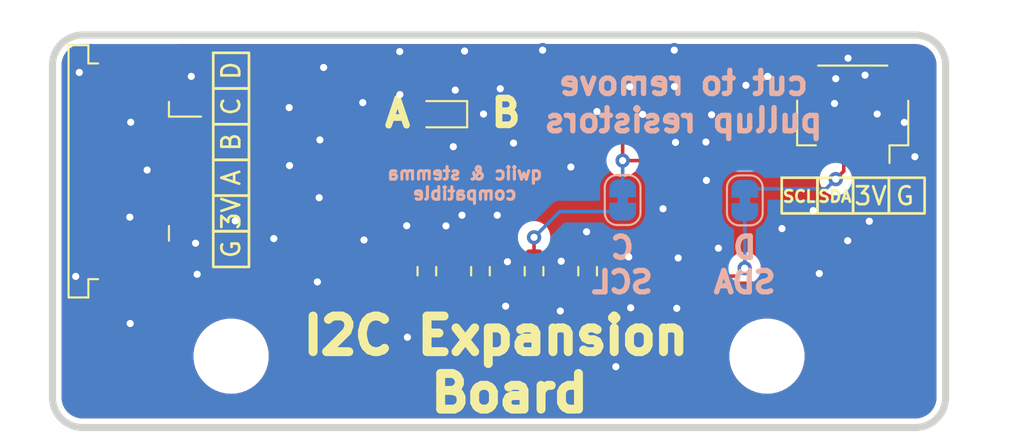
<source format=kicad_pcb>
(kicad_pcb (version 20211014) (generator pcbnew)
  (layers (0 "F.Cu" signal) (31 "B.Cu" signal) (34 "B.Paste" user) (35 "F.Paste" user) (36 "B.SilkS" user "B.Silkscreen") (37 "F.SilkS" user "F.Silkscreen") (38 "B.Mask" user) (39 "F.Mask" user) (44 "Edge.Cuts" user))
  (net 0 "")
  (net 1 "GND")
  (net 2 "+3V3")
  (net 3 "/C")
  (net 4 "/D")
  (net 5 "Net-(JP1-Pad2)")
  (net 6 "Net-(JP2-Pad2)")
  (net 7 "Net-(D1-Pad2)")
  (net 8 "/B")
  (net 9 "/A")
  (footprint "Connector_JST:JST_SH_SM04B-SRSS-TB_1x04-1MP_P1.00mm_Horizontal" (layer "F.Cu") (at 188.85 76.65 180)
    (fp_text reference "J1" hide)
    (fp_text value "Conn_01x04_MountingPin")
    (fp_line (start -2.06 -1.785) (end -2.06 -2.775) (layer "F.SilkS") (width 0.12))
    (fp_line (start -3.11 -1.785) (end -2.06 -1.785) (layer "F.SilkS") (width 0.12))
    (fp_line (start 3.11 0.715) (end 3.11 -1.785) (layer "F.SilkS") (width 0.12))
    (fp_line (start -1.94 2.685) (end 1.94 2.685) (layer "F.SilkS") (width 0.12))
    (fp_line (start -3.11 0.715) (end -3.11 -1.785) (layer "F.SilkS") (width 0.12))
    (fp_line (start 3.11 -1.785) (end 2.06 -1.785) (layer "F.SilkS") (width 0.12))
    (pad "1" smd roundrect locked (at -1.5 -2 180) (size 0.6 1.55) (layers "F.Cu" "F.Paste" "F.Mask") (net 1 "GND"))
    (pad "2" smd roundrect locked (at -0.5 -2 180) (size 0.6 1.55) (layers "F.Cu" "F.Paste" "F.Mask") (net 2 "+3V3"))
    (pad "3" smd roundrect locked (at 0.5 -2 180) (size 0.6 1.55) (layers "F.Cu" "F.Paste" "F.Mask") (net 4 "/D"))
    (pad "4" smd roundrect locked (at 1.5 -2 180) (size 0.6 1.55) (layers "F.Cu" "F.Paste" "F.Mask") (net 3 "/C"))
    (pad "MP" smd roundrect locked (at 2.8 1.875 180) (size 1.2 1.8) (layers "F.Cu" "F.Paste" "F.Mask") (roundrect_rratio 0.208333) (net 1 "GND"))
    (pad "MP" smd roundrect locked (at -2.8 1.875 180) (size 1.2 1.8) (layers "F.Cu" "F.Paste" "F.Mask") (roundrect_rratio 0.208333) (net 1 "GND"))
  )
  (footprint "Resistor_SMD:R_0603_1608Metric" (layer "F.Cu") (at 168.01 85.49 -90)
    (fp_text reference "R1" hide)
    (fp_text value "10k")
    (fp_line (start -0.237258 0.5225) (end 0.237258 0.5225) (layer "F.SilkS") (width 0.12))
    (fp_line (start -0.237258 -0.5225) (end 0.237258 -0.5225) (layer "F.SilkS") (width 0.12))
    (pad "1" smd roundrect (at -0.825 0 270) (size 0.8 0.95) (layers "F.Cu" "F.Paste" "F.Mask") (net 8 "/B"))
    (pad "2" smd roundrect (at 0.825 0 270) (size 0.8 0.95) (layers "F.Cu" "F.Paste" "F.Mask") (net 2 "+3V3"))
  )
  (footprint "Resistor_SMD:R_0603_1608Metric" (layer "F.Cu") (at 171.01 85.49 -90)
    (fp_text reference "R2" hide)
    (fp_text value "4.7k")
    (fp_line (start -0.237258 0.5225) (end 0.237258 0.5225) (layer "F.SilkS") (width 0.12))
    (fp_line (start -0.237258 -0.5225) (end 0.237258 -0.5225) (layer "F.SilkS") (width 0.12))
    (pad "1" smd roundrect (at -0.825 0 270) (size 0.8 0.95) (layers "F.Cu" "F.Paste" "F.Mask") (net 5 "Net-(JP1-Pad2)"))
    (pad "2" smd roundrect (at 0.825 0 270) (size 0.8 0.95) (layers "F.Cu" "F.Paste" "F.Mask") (net 2 "+3V3"))
  )
  (footprint "LED_SMD:LED_0603_1608Metric" (layer "F.Cu") (at 165.78 76.69 180)
    (fp_text reference "D1" hide)
    (fp_text value "led_g")
    (fp_line (start 0.8 -0.735) (end -1.485 -0.735) (layer "F.SilkS") (width 0.12))
    (fp_line (start -1.485 0.735) (end 0.8 0.735) (layer "F.SilkS") (width 0.12))
    (fp_line (start -1.485 -0.735) (end -1.485 0.735) (layer "F.SilkS") (width 0.12))
    (pad "1" smd roundrect locked (at -0.7875 0 180) (size 0.875 0.95) (layers "F.Cu" "F.Paste" "F.Mask") (net 1 "GND"))
    (pad "2" smd roundrect locked (at 0.7875 0 180) (size 0.875 0.95) (layers "F.Cu" "F.Paste" "F.Mask") (net 7 "Net-(D1-Pad2)"))
  )
  (footprint "MountingHole:MountingHole_3.2mm_M3_ISO14580" (layer "F.Cu") (at 184.05 90.25 180)
    (fp_text reference "H2")
    (fp_text value "MountingHole" hide)
    (pad "" np_thru_hole circle (at 0 0 180) (size 3.2 3.2) (drill 3.2) (layers *.Cu *.Mask))
  )
  (footprint "Resistor_SMD:R_0603_1608Metric" (layer "F.Cu") (at 165.01 85.49 90)
    (fp_text reference "R4" hide)
    (fp_text value "10k")
    (fp_line (start -0.237258 0.5225) (end 0.237258 0.5225) (layer "F.SilkS") (width 0.12))
    (fp_line (start -0.237258 -0.5225) (end 0.237258 -0.5225) (layer "F.SilkS") (width 0.12))
    (pad "1" smd roundrect (at -0.825 0 90) (size 0.8 0.95) (layers "F.Cu" "F.Paste" "F.Mask") (net 9 "/A"))
    (pad "2" smd roundrect (at 0.825 0 90) (size 0.8 0.95) (layers "F.Cu" "F.Paste" "F.Mask") (net 7 "Net-(D1-Pad2)"))
  )
  (footprint "Resistor_SMD:R_0603_1608Metric" (layer "F.Cu") (at 174.01 85.49 -90)
    (fp_text reference "R3" hide)
    (fp_text value "4.7k")
    (fp_line (start -0.237258 -0.5225) (end 0.237258 -0.5225) (layer "F.SilkS") (width 0.12))
    (fp_line (start -0.237258 0.5225) (end 0.237258 0.5225) (layer "F.SilkS") (width 0.12))
    (pad "1" smd roundrect (at -0.825 0 270) (size 0.8 0.95) (layers "F.Cu" "F.Paste" "F.Mask") (net 6 "Net-(JP2-Pad2)"))
    (pad "2" smd roundrect (at 0.825 0 270) (size 0.8 0.95) (layers "F.Cu" "F.Paste" "F.Mask") (net 2 "+3V3"))
  )
  (footprint "MountingHole:MountingHole_3.2mm_M3_ISO14580" (layer "F.Cu") (at 154.05 90.25 180)
    (fp_text reference "H1")
    (fp_text value "MountingHole" hide)
    (pad "" np_thru_hole circle (at 0 0 180) (size 3.2 3.2) (drill 3.2) (layers *.Cu *.Mask))
  )
  (footprint "Connector_FFC-FPC:TE_84952-6_1x06-1MP_P1.0mm_Horizontal" (layer "F.Cu") (at 149.66 79.89 -90)
    (fp_text reference "J9" hide)
    (fp_text value "Conn_01x06_MountingPin")
    (fp_line (start -7.07 4.71) (end -7.07 3.6) (layer "F.SilkS") (width 0.12))
    (fp_line (start -3.065 -0.91) (end -3.065 -2.71) (layer "F.SilkS") (width 0.12))
    (fp_line (start -6.045 3.6) (end -6.045 3.06) (layer "F.SilkS") (width 0.12))
    (fp_line (start -7.07 3.6) (end -6.045 3.6) (layer "F.SilkS") (width 0.12))
    (fp_line (start 6.045 3.06) (end 6.045 3.6) (layer "F.SilkS") (width 0.12))
    (fp_line (start 3.065 -0.91) (end 3.89 -0.91) (layer "F.SilkS") (width 0.12))
    (fp_line (start 6.045 3.6) (end 7.07 3.6) (layer "F.SilkS") (width 0.12))
    (fp_line (start -3.89 -0.91) (end -3.065 -0.91) (layer "F.SilkS") (width 0.12))
    (fp_line (start 7.07 3.6) (end 7.07 4.71) (layer "F.SilkS") (width 0.12))
    (fp_line (start 7.07 4.71) (end -7.07 4.71) (layer "F.SilkS") (width 0.12))
    (pad "1" smd rect locked (at -2.5 -1.8 270) (size 0.61 2) (layers "F.Cu" "F.Paste" "F.Mask") (net 4 "/D"))
    (pad "2" smd rect locked (at -1.5 -1.8 270) (size 0.61 2) (layers "F.Cu" "F.Paste" "F.Mask") (net 3 "/C"))
    (pad "3" smd rect locked (at -0.5 -1.8 270) (size 0.61 2) (layers "F.Cu" "F.Paste" "F.Mask") (net 8 "/B"))
    (pad "4" smd rect locked (at 0.5 -1.8 270) (size 0.61 2) (layers "F.Cu" "F.Paste" "F.Mask") (net 9 "/A"))
    (pad "5" smd rect locked (at 1.5 -1.8 270) (size 0.61 2) (layers "F.Cu" "F.Paste" "F.Mask") (net 2 "+3V3"))
    (pad "6" smd rect locked (at 2.5 -1.8 270) (size 0.61 2) (layers "F.Cu" "F.Paste" "F.Mask") (net 1 "GND"))
    (pad "MP" smd rect locked (at -5.49 1 270) (size 2.68 3.6) (layers "F.Cu" "F.Paste" "F.Mask") (net 1 "GND"))
    (pad "MP" smd rect locked (at 5.49 1 270) (size 2.68 3.6) (layers "F.Cu" "F.Paste" "F.Mask") (net 1 "GND"))
  )
  (footprint "Button_Switch_SMD:SWITCH_2x3_SMD_TACTILE_GREEN" (layer "F.Cu") (at 175.03 76.68)
    (fp_text reference "SW1")
    (fp_text value "SW_Push" hide)
    (pad "1" smd rect (at -3.85 0) (size 1.5 1.2) (layers "F.Cu" "F.Paste" "F.Mask") (net 8 "/B"))
    (pad "2" smd rect (at 3.85 0) (size 1.5 1.2) (layers "F.Cu" "F.Paste" "F.Mask") (net 1 "GND"))
  )
  (footprint "Jumper:SolderJumper-2_P1.3mm_Bridged_RoundedPad1.0x1.5mm" (layer "B.Cu") (at 175.97 81.5 -90)
    (fp_text reference "JP1" hide)
    (fp_text value "Jumper_2_Open")
    (fp_poly (pts (xy 0.25 0.3) (xy -0.25 0.3) (xy -0.25 -0.3) (xy 0.25 -0.3)) (layer "B.Cu") (width 0) (fill solid))
    (fp_line (start 1.4 0.3) (end 1.4 -0.3) (layer "B.SilkS") (width 0.12))
    (fp_line (start -1.4 -0.3) (end -1.4 0.3) (layer "B.SilkS") (width 0.12))
    (fp_line (start 0.7 -1) (end -0.7 -1) (layer "B.SilkS") (width 0.12))
    (fp_line (start -0.7 1) (end 0.7 1) (layer "B.SilkS") (width 0.12))
    (fp_arc (start 0.7 -1) (mid 1.194975 -0.794975) (end 1.4 -0.3) (layer "B.SilkS") (width 0.12))
    (fp_arc (start -0.7 1) (mid -1.194975 0.794975) (end -1.4 0.3) (layer "B.SilkS") (width 0.12))
    (fp_arc (start -1.4 -0.3) (mid -1.194975 -0.794975) (end -0.7 -1) (layer "B.SilkS") (width 0.12))
    (fp_arc (start 1.4 0.3) (mid 1.194975 0.794975) (end 0.7 1) (layer "B.SilkS") (width 0.12))
    (pad "1" smd custom locked (at -0.65 0 270) (size 1 0.5) (layers "B.Cu" "B.Mask") (net 3 "/C") (options (clearance outline) (anchor rect)) (primitives (gr_circle (center 0 -0.25) (end 0.5 -0.25) (width 0) (fill yes)) (gr_circle (center 0 0.25) (end 0.5 0.25) (width 0) (fill yes)) (gr_poly (pts (xy 0 0.75) (xy 0.5 0.75) (xy 0.5 -0.75) (xy 0 -0.75)) (width 0) (fill yes))))
    (pad "2" smd custom locked (at 0.65 0 270) (size 1 0.5) (layers "B.Cu" "B.Mask") (net 5 "Net-(JP1-Pad2)") (options (clearance outline) (anchor rect)) (primitives (gr_circle (center 0 -0.25) (end 0.5 -0.25) (width 0) (fill yes)) (gr_circle (center 0 0.25) (end 0.5 0.25) (width 0) (fill yes)) (gr_poly (pts (xy 0 0.75) (xy -0.5 0.75) (xy -0.5 -0.75) (xy 0 -0.75)) (width 0) (fill yes))))
  )
  (footprint "Jumper:SolderJumper-2_P1.3mm_Bridged_RoundedPad1.0x1.5mm" (layer "B.Cu") (at 182.81 81.52 -90)
    (fp_text reference "JP2" hide)
    (fp_text value "Jumper_2_Open")
    (fp_poly (pts (xy 0.25 0.3) (xy -0.25 0.3) (xy -0.25 -0.3) (xy 0.25 -0.3)) (layer "B.Cu") (width 0) (fill solid))
    (fp_line (start 1.4 0.3) (end 1.4 -0.3) (layer "B.SilkS") (width 0.12))
    (fp_line (start -1.4 -0.3) (end -1.4 0.3) (layer "B.SilkS") (width 0.12))
    (fp_line (start 0.7 -1) (end -0.7 -1) (layer "B.SilkS") (width 0.12))
    (fp_line (start -0.7 1) (end 0.7 1) (layer "B.SilkS") (width 0.12))
    (fp_arc (start 1.4 0.3) (mid 1.194975 0.794975) (end 0.7 1) (layer "B.SilkS") (width 0.12))
    (fp_arc (start 0.7 -1) (mid 1.194975 -0.794975) (end 1.4 -0.3) (layer "B.SilkS") (width 0.12))
    (fp_arc (start -0.7 1) (mid -1.194975 0.794975) (end -1.4 0.3) (layer "B.SilkS") (width 0.12))
    (fp_arc (start -1.4 -0.3) (mid -1.194975 -0.794975) (end -0.7 -1) (layer "B.SilkS") (width 0.12))
    (pad "1" smd custom locked (at -0.65 0 270) (size 1 0.5) (layers "B.Cu" "B.Mask") (net 4 "/D") (options (clearance outline) (anchor rect)) (primitives (gr_circle (center 0 -0.25) (end 0.5 -0.25) (width 0) (fill yes)) (gr_circle (center 0 0.25) (end 0.5 0.25) (width 0) (fill yes)) (gr_poly (pts (xy 0 0.75) (xy 0.5 0.75) (xy 0.5 -0.75) (xy 0 -0.75)) (width 0) (fill yes))))
    (pad "2" smd custom locked (at 0.65 0 270) (size 1 0.5) (layers "B.Cu" "B.Mask") (net 6 "Net-(JP2-Pad2)") (options (clearance outline) (anchor rect)) (primitives (gr_circle (center 0 -0.25) (end 0.5 -0.25) (width 0) (fill yes)) (gr_circle (center 0 0.25) (end 0.5 0.25) (width 0) (fill yes)) (gr_poly (pts (xy 0 0.75) (xy -0.5 0.75) (xy -0.5 -0.75) (xy 0 -0.75)) (width 0) (fill yes))))
  )
  (gr_rect (start 155.05 83.25) (end 153.05 81.25) (layer "F.SilkS") (width 0.15) (fill none))
  (gr_rect (start 155.05 81.25) (end 153.05 79.25) (layer "F.SilkS") (width 0.15) (fill none))
  (gr_rect (start 155.05 77.25) (end 153.05 75.25) (layer "F.SilkS") (width 0.15) (fill none))
  (gr_rect (start 186.875 82.25) (end 188.875 80.25) (layer "F.SilkS") (width 0.15) (fill none))
  (gr_rect (start 190.875 82.25) (end 192.875 80.25) (layer "F.SilkS") (width 0.15) (fill none))
  (gr_rect (start 184.875 82.25) (end 186.875 80.25) (layer "F.SilkS") (width 0.15) (fill none))
  (gr_rect (start 155.05 79.25) (end 153.05 77.25) (layer "F.SilkS") (width 0.15) (fill none))
  (gr_rect (start 188.875 82.25) (end 190.875 80.25) (layer "F.SilkS") (width 0.15) (fill none))
  (gr_rect (start 155.05 75.25) (end 153.05 73.25) (layer "F.SilkS") (width 0.15) (fill none))
  (gr_rect (start 155.05 85.25) (end 153.05 83.25) (layer "F.SilkS") (width 0.15) (fill none))
  (gr_arc (start 194.05 92.56005) (mid 193.55501 93.75501) (end 192.36005 94.25) (layer "Edge.Cuts") (width 0.4))
  (gr_line (start 145.73995 94.25) (end 192.36005 94.25) (layer "Edge.Cuts") (width 0.4))
  (gr_line (start 145.73995 72.25) (end 192.36005 72.25) (layer "Edge.Cuts") (width 0.4))
  (gr_line (start 194.05 92.56005) (end 194.05 73.93995) (layer "Edge.Cuts") (width 0.4))
  (gr_arc (start 145.73995 94.25) (mid 144.54499 93.75501) (end 144.05 92.56005) (layer "Edge.Cuts") (width 0.4))
  (gr_arc (start 192.36005 72.25) (mid 193.55501 72.74499) (end 194.05 73.93995) (layer "Edge.Cuts") (width 0.4))
  (gr_arc (start 144.05 73.93995) (mid 144.54499 72.74499) (end 145.73995 72.25) (layer "Edge.Cuts") (width 0.4))
  (gr_line (start 144.05 92.56005) (end 144.05 73.93995) (layer "Edge.Cuts") (width 0.4))
  (gr_text "C\nSCL" (at 175.95 85.14) (layer "B.SilkS") (effects (font (size 1.2 1.2) (thickness 0.3)) (justify mirror)))
  (gr_text "cut to remove\npullup resistors" (at 179.37 75.99) (layer "B.SilkS") (effects (font (size 1.3 1.3) (thickness 0.3)) (justify mirror)))
  (gr_text "qwiic & stemma\ncompatible" (at 167.125 80.575) (layer "B.SilkS") (effects (font (size 0.7 0.7) (thickness 0.175)) (justify mirror)))
  (gr_text "D\nSDA" (at 182.8 85.14) (layer "B.SilkS") (effects (font (size 1.2 1.2) (thickness 0.3)) (justify mirror)))
  (gr_text "A" (at 163.37 76.63) (layer "F.SilkS") (effects (font (size 1.5 1.5) (thickness 0.375))))
  (gr_text "A" (at 154.05 80.25 90) (layer "F.SilkS") (effects (font (size 1 1))))
  (gr_text "3V" (at 189.85 81.275) (layer "F.SilkS") (effects (font (size 1 1))))
  (gr_text "B" (at 169.44 76.61) (layer "F.SilkS") (effects (font (size 1.5 1.5) (thickness 0.375))))
  (gr_text "SDA" (at 187.85 81.3) (layer "F.SilkS") (effects (font (size 0.65 0.65))))
  (gr_text "G" (at 191.775 81.275) (layer "F.SilkS") (effects (font (size 1 1))))
  (gr_text "I2C Expansion \nBoard" (at 169.64 90.71) (layer "F.SilkS") (effects (font (size 2 2) (thickness 0.5))))
  (gr_text "G" (at 154.05 84.25 90) (layer "F.SilkS") (effects (font (size 1 1))))
  (gr_text "SCL" (at 185.85 81.3) (layer "F.SilkS") (effects (font (size 0.65 0.65))))
  (gr_text "C" (at 154.05 76.25 90) (layer "F.SilkS") (effects (font (size 1 1))))
  (gr_text "D" (at 154.05 74.25 90) (layer "F.SilkS") (effects (font (size 1 1))))
  (gr_text "3V" (at 154.05 82.25 90) (layer "F.SilkS") (effects (font (size 1 1))))
  (gr_text "B" (at 154.05 78.25 90) (layer "F.SilkS") (effects (font (size 1 1))))
  (via (at 151.82 74.57) (size 0.8) (drill 0.4) (layers "F.Cu" "B.Cu") (net 1))
  (via (at 180.63 78.25) (size 0.8) (drill 0.4) (layers "F.Cu" "B.Cu") (net 1))
  (via (at 191.74 77.15) (size 0.8) (drill 0.4) (layers "F.Cu" "B.Cu") (net 1))
  (via (at 163.88 82.94) (size 0.8) (drill 0.4) (layers "F.Cu" "B.Cu") (net 1))
  (via (at 178.87 75.14) (size 0.8) (drill 0.4) (layers "F.Cu" "B.Cu") (net 1))
  (via (at 148.38 82.46) (size 0.8) (drill 0.4) (layers "F.Cu" "B.Cu") (net 1))
  (via (at 175.59 90.84) (size 0.8) (drill 0.4) (layers "F.Cu" "B.Cu") (net 1))
  (via (at 167.12 73.15) (size 0.8) (drill 0.4) (layers "F.Cu" "B.Cu") (net 1))
  (via (at 188.57 83.78) (size 0.8) (drill 0.4) (layers "F.Cu" "B.Cu") (net 1))
  (via (at 187.9 74.7) (size 0.8) (drill 0.4) (layers "F.Cu" "B.Cu") (net 1))
  (via (at 169.12 75.26) (size 0.8) (drill 0.4) (layers "F.Cu" "B.Cu") (net 1))
  (via (at 168.95 82.35) (size 0.8) (drill 0.4) (layers "F.Cu" "B.Cu") (net 1))
  (via (at 178.23 81.99) (size 0.8) (drill 0.4) (layers "F.Cu" "B.Cu") (net 1))
  (via (at 149.35 79.82) (size 0.8) (drill 0.4) (layers "F.Cu" "B.Cu") (net 1))
  (via (at 158.98 81.37) (size 0.8) (drill 0.4) (layers "F.Cu" "B.Cu") (net 1))
  (via (at 173.95 83.28) (size 0.8) (drill 0.4) (layers "F.Cu" "B.Cu") (net 1))
  (via (at 192.33 79.07) (size 0.8) (drill 0.4) (layers "F.Cu" "B.Cu") (net 1))
  (via (at 169.42 87.45) (size 0.8) (drill 0.4) (layers "F.Cu" "B.Cu") (net 1))
  (via (at 182.87 75.07) (size 0.8) (drill 0.4) (layers "F.Cu" "B.Cu") (net 1))
  (via (at 145.55 74.35) (size 0.8) (drill 0.4) (layers "F.Cu" "B.Cu") (net 1))
  (via (at 158.88 86.09) (size 0.8) (drill 0.4) (layers "F.Cu" "B.Cu") (net 1))
  (via (at 180.66 80.4) (size 0.8) (drill 0.4) (layers "F.Cu" "B.Cu") (net 1))
  (via (at 159.02 78.13) (size 0.8) (drill 0.4) (layers "F.Cu" "B.Cu") (net 1))
  (via (at 186.64 82.09) (size 0.8) (drill 0.4) (layers "F.Cu" "B.Cu") (net 1))
  (via (at 189.54 74.5) (size 0.8) (drill 0.4) (layers "F.Cu" "B.Cu") (net 1))
  (via (at 161.42 76.04) (size 0.8) (drill 0.4) (layers "F.Cu" "B.Cu") (net 1))
  (via (at 181.33 84.2) (size 0.8) (drill 0.4) (layers "F.Cu" "B.Cu") (net 1))
  (via (at 163.92 89.19) (size 0.8) (drill 0.4) (layers "F.Cu" "B.Cu") (net 1))
  (via (at 166.08 82.95) (size 0.8) (drill 0.4) (layers "F.Cu" "B.Cu") (net 1))
  (via (at 177.09 76.7) (size 0.8) (drill 0.4) (layers "F.Cu" "B.Cu") (net 1))
  (via (at 179 87.57) (size 0.8) (drill 0.4) (layers "F.Cu" "B.Cu") (net 1))
  (via (at 176.42 87.54) (size 0.8) (drill 0.4) (layers "F.Cu" "B.Cu") (net 1))
  (via (at 166.6 75.34) (size 0.8) (drill 0.4) (layers "F.Cu" "B.Cu") (net 1))
  (via (at 156.44 83.66) (size 0.8) (drill 0.4) (layers "F.Cu" "B.Cu") (net 1))
  (via (at 189.78 82.69) (size 0.8) (drill 0.4) (layers "F.Cu" "B.Cu") (net 1))
  (via (at 180.95 76.72) (size 0.8) (drill 0.4) (layers "F.Cu" "B.Cu") (net 1))
  (via (at 171.49 73.1) (size 0.8) (drill 0.4) (layers "F.Cu" "B.Cu") (net 1))
  (via (at 152.06 83.92) (size 0.8) (drill 0.4) (layers "F.Cu" "B.Cu") (net 1))
  (via (at 161.49 83.74) (size 0.8) (drill 0.4) (layers "F.Cu" "B.Cu") (net 1))
  (via (at 145.35 85.78) (size 0.8) (drill 0.4) (layers "F.Cu" "B.Cu") (net 1))
  (via (at 157.3 76.32) (size 0.8) (drill 0.4) (layers "F.Cu" "B.Cu") (net 1))
  (via (at 184.09 74.57) (size 0.8) (drill 0.4) (layers "F.Cu" "B.Cu") (net 1))
  (via (at 188.59 73.55) (size 0.8) (drill 0.4) (layers "F.Cu" "B.Cu") (net 1))
  (via (at 174.53 76.54) (size 0.8) (drill 0.4) (layers "F.Cu" "B.Cu") (net 1))
  (via (at 190.22 76.68) (size 0.8) (drill 0.4) (layers "F.Cu" "B.Cu") (net 1))
  (via (at 152.15 85.66) (size 0.8) (drill 0.4) (layers "F.Cu" "B.Cu") (net 1))
  (via (at 184.89 83.1) (size 0.8) (drill 0.4) (layers "F.Cu" "B.Cu") (net 1))
  (via (at 179.08 84.75) (size 0.8) (drill 0.4) (layers "F.Cu" "B.Cu") (net 1))
  (via (at 168.18 76.68) (size 0.8) (drill 0.4) (layers "F.Cu" "B.Cu") (net 1))
  (via (at 187.83 76.09) (size 0.8) (drill 0.4) (layers "F.Cu" "B.Cu") (net 1))
  (via (at 176.37 75.15) (size 0.8) (drill 0.4) (layers "F.Cu" "B.Cu") (net 1))
  (via (at 163.49 73.18) (size 0.8) (drill 0.4) (layers "F.Cu" "B.Cu") (net 1))
  (via (at 178.93 78.27) (size 0.8) (drill 0.4) (layers "F.Cu" "B.Cu") (net 1))
  (via (at 178.86 73.1) (size 0.8) (drill 0.4) (layers "F.Cu" "B.Cu") (net 1))
  (via (at 157.32 79.57) (size 0.8) (drill 0.4) (layers "F.Cu" "B.Cu") (net 1))
  (via (at 172.48 87.72) (size 0.8) (drill 0.4) (layers "F.Cu" "B.Cu") (net 1))
  (via (at 173.07 79.65) (size 0.8) (drill 0.4) (layers "F.Cu" "B.Cu") (net 1))
  (via (at 176.31 84.69) (size 0.8) (drill 0.4) (layers "F.Cu" "B.Cu") (net 1))
  (via (at 159.23 74.07) (size 0.8) (drill 0.4) (layers "F.Cu" "B.Cu") (net 1))
  (via (at 172.53 84.93) (size 0.8) (drill 0.4) (layers "F.Cu" "B.Cu") (net 1))
  (via (at 154.28 82.67) (size 0.8) (drill 0.4) (layers "F.Cu" "B.Cu") (net 1))
  (via (at 169.52 84.96) (size 0.8) (drill 0.4) (layers "F.Cu" "B.Cu") (net 1))
  (via (at 148.43 77.14) (size 0.8) (drill 0.4) (layers "F.Cu" "B.Cu") (net 1))
  (via (at 166.975 82.35) (size 0.8) (drill 0.4) (layers "F.Cu" "B.Cu") (net 1))
  (via (at 186.98 85.62) (size 0.8) (drill 0.4) (layers "F.Cu" "B.Cu") (net 1))
  (via (at 169.86 78.31) (size 0.8) (drill 0.4) (layers "F.Cu" "B.Cu") (net 1))
  (via (at 166.49 78.51) (size 0.8) (drill 0.4) (layers "F.Cu" "B.Cu") (net 1))
  (via (at 148.4 88.42) (size 0.8) (drill 0.4) (layers "F.Cu" "B.Cu") (net 1))
  (via (at 163.5 75.59) (size 0.8) (drill 0.4) (layers "F.Cu" "B.Cu") (net 1))
  (segment (start 174.01 86.315) (end 184.295 86.315) (width 0.5) (layer "F.Cu") (net 2))
  (segment (start 156.09 81.39) (end 162.58952 87.88952) (width 0.5) (layer "F.Cu") (net 2))
  (segment (start 189.35 81.26) (end 189.35 78.65) (width 0.5) (layer "F.Cu") (net 2))
  (segment (start 162.58952 87.88952) (end 165.08048 87.88952) (width 0.5) (layer "F.Cu") (net 2))
  (segment (start 165.08048 87.88952) (end 166.655 86.315) (width 0.5) (layer "F.Cu") (net 2))
  (segment (start 184.295 86.315) (end 189.35 81.26) (width 0.5) (layer "F.Cu") (net 2))
  (segment (start 171.01 86.315) (end 174.01 86.315) (width 0.5) (layer "F.Cu") (net 2))
  (segment (start 168.01 86.315) (end 171.01 86.315) (width 0.5) (layer "F.Cu") (net 2))
  (segment (start 151.46 81.39) (end 156.09 81.39) (width 0.5) (layer "F.Cu") (net 2))
  (segment (start 166.655 86.315) (end 168.01 86.315) (width 0.5) (layer "F.Cu") (net 2))
  (segment (start 157.295006 78.39) (end 151.46 78.39) (width 0.2) (layer "F.Cu") (net 3))
  (segment (start 175.97 79.29) (end 175.97 76.34) (width 0.2) (layer "F.Cu") (net 3))
  (segment (start 186.75 78.65) (end 187.35 78.65) (width 0.2) (layer "F.Cu") (net 3))
  (segment (start 174.08952 74.45952) (end 161.225486 74.45952) (width 0.2) (layer "F.Cu") (net 3))
  (segment (start 175.97 79.29) (end 186.11 79.29) (width 0.2) (layer "F.Cu") (net 3))
  (segment (start 161.225486 74.45952) (end 157.295006 78.39) (width 0.2) (layer "F.Cu") (net 3))
  (segment (start 175.97 76.34) (end 174.08952 74.45952) (width 0.2) (layer "F.Cu") (net 3))
  (segment (start 186.11 79.29) (end 186.75 78.65) (width 0.2) (layer "F.Cu") (net 3))
  (via (at 175.97 79.29) (size 0.8) (drill 0.4) (layers "F.Cu" "B.Cu") (net 3))
  (segment (start 175.97 79.29) (end 175.97 80.85) (width 0.2) (layer "B.Cu") (net 3))
  (segment (start 188.35 77.61) (end 188.35 78.65) (width 0.2) (layer "F.Cu") (net 4))
  (segment (start 161.06 74.06) (end 180.02 74.06) (width 0.2) (layer "F.Cu") (net 4))
  (segment (start 183.27 77.31) (end 188.05 77.31) (width 0.2) (layer "F.Cu") (net 4))
  (segment (start 157.73 77.39) (end 161.06 74.06) (width 0.2) (layer "F.Cu") (net 4))
  (segment (start 188.35 79.88) (end 188.35 78.65) (width 0.2) (layer "F.Cu") (net 4))
  (segment (start 180.02 74.06) (end 183.27 77.31) (width 0.2) (layer "F.Cu") (net 4))
  (segment (start 188.05 77.31) (end 188.35 77.61) (width 0.2) (layer "F.Cu") (net 4))
  (segment (start 187.9 80.33) (end 188.35 79.88) (width 0.2) (layer "F.Cu") (net 4))
  (segment (start 151.46 77.39) (end 157.73 77.39) (width 0.2) (layer "F.Cu") (net 4))
  (via (at 187.9 80.33) (size 0.8) (drill 0.4) (layers "F.Cu" "B.Cu") (net 4))
  (segment (start 187.9 80.33) (end 187.36 80.87) (width 0.2) (layer "B.Cu") (net 4))
  (segment (start 187.36 80.87) (end 182.81 80.87) (width 0.2) (layer "B.Cu") (net 4))
  (segment (start 171.01 83.59) (end 171.01 84.665) (width 0.2) (layer "F.Cu") (net 5))
  (via (at 171.01 83.59) (size 0.8) (drill 0.4) (layers "F.Cu" "B.Cu") (net 5))
  (segment (start 171.01 83.59) (end 172.45 82.15) (width 0.2) (layer "B.Cu") (net 5))
  (segment (start 172.45 82.15) (end 175.97 82.15) (width 0.2) (layer "B.Cu") (net 5))
  (segment (start 174.01 85.14) (end 174.01 84.665) (width 0.2) (layer "F.Cu") (net 6))
  (segment (start 174.48548 85.61548) (end 174.01 85.14) (width 0.2) (layer "F.Cu") (net 6))
  (segment (start 174.641907 85.76548) (end 174.491907 85.61548) (width 0.2) (layer "F.Cu") (net 6))
  (segment (start 182.8 85.32) (end 182.35452 85.76548) (width 0.2) (layer "F.Cu") (net 6))
  (segment (start 174.491907 85.61548) (end 174.48548 85.61548) (width 0.2) (layer "F.Cu") (net 6))
  (segment (start 182.35452 85.76548) (end 174.641907 85.76548) (width 0.2) (layer "F.Cu") (net 6))
  (via (at 182.8 85.32) (size 0.8) (drill 0.4) (layers "F.Cu" "B.Cu") (net 6))
  (segment (start 182.81 85.31) (end 182.81 82.17) (width 0.2) (layer "B.Cu") (net 6))
  (segment (start 182.8 85.32) (end 182.81 85.31) (width 0.2) (layer "B.Cu") (net 6))
  (segment (start 164.9925 79.7025) (end 165.01 79.72) (width 0.2) (layer "F.Cu") (net 7))
  (segment (start 164.9925 76.69) (end 164.9925 79.7025) (width 0.2) (layer "F.Cu") (net 7))
  (segment (start 165.01 79.72) (end 165.01 84.665) (width 0.2) (layer "F.Cu") (net 7))
  (segment (start 167.215 84.665) (end 168.01 84.665) (width 0.2) (layer "F.Cu") (net 8))
  (segment (start 171.18 76.68) (end 169.81 76.68) (width 0.2) (layer "F.Cu") (net 8))
  (segment (start 155.432144 79.39) (end 161.657624 85.61548) (width 0.2) (layer "F.Cu") (net 8))
  (segment (start 168.01 78.48) (end 168.01 84.665) (width 0.2) (layer "F.Cu") (net 8))
  (segment (start 169.81 76.68) (end 168.01 78.48) (width 0.2) (layer "F.Cu") (net 8))
  (segment (start 166.26452 85.61548) (end 167.215 84.665) (width 0.2) (layer "F.Cu") (net 8))
  (segment (start 161.657624 85.61548) (end 166.26452 85.61548) (width 0.2) (layer "F.Cu") (net 8))
  (segment (start 151.46 79.39) (end 155.432144 79.39) (width 0.2) (layer "F.Cu") (net 8))
  (segment (start 155.867138 80.39) (end 162.817138 87.34) (width 0.2) (layer "F.Cu") (net 9))
  (segment (start 151.46 80.39) (end 155.867138 80.39) (width 0.2) (layer "F.Cu") (net 9))
  (segment (start 164.66 87.34) (end 165.01 86.99) (width 0.2) (layer "F.Cu") (net 9))
  (segment (start 162.817138 87.34) (end 164.66 87.34) (width 0.2) (layer "F.Cu") (net 9))
  (segment (start 165.01 86.99) (end 165.01 86.315) (width 0.2) (layer "F.Cu") (net 9))
  (zone (net 1) (net_name "GND") (layer "F.Cu") (connect_pads (clearance 0.508)) (min_thickness 0.254) (fill yes (thermal_gap 0.508) (thermal_bridge_width 0.508))
    (polygon (pts (xy 144.05 72.25) (xy 194.05 72.25) (xy 194.05 94.25) (xy 144.05 94.25)))
  )
  (zone (net 1) (net_name "GND") (layer "B.Cu") (connect_pads (clearance 0.508)) (min_thickness 0.254) (fill yes (thermal_gap 0.508) (thermal_bridge_width 0.508))
    (polygon (pts (xy 144.05 72.25) (xy 194.05 72.25) (xy 194.05 94.25) (xy 144.05 94.25)))
  )
)
</source>
